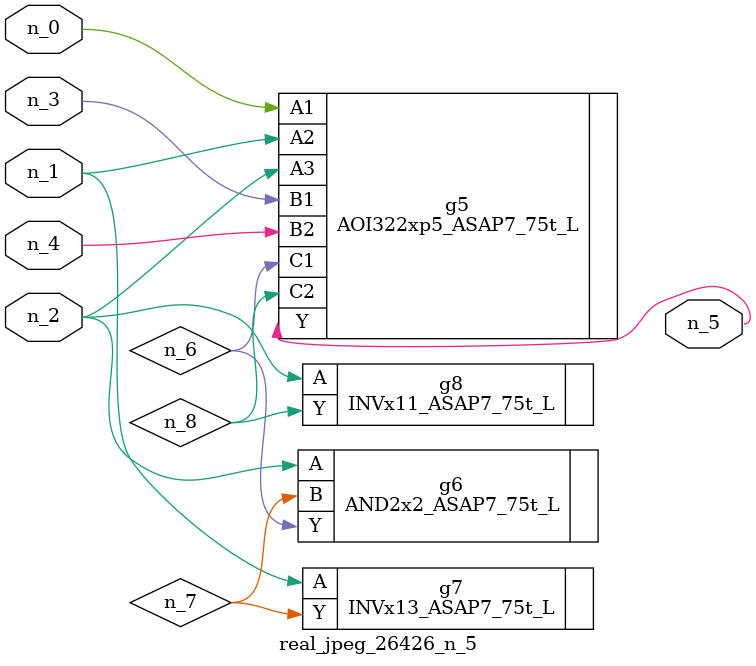
<source format=v>
module real_jpeg_26426_n_5 (n_4, n_0, n_1, n_2, n_3, n_5);

input n_4;
input n_0;
input n_1;
input n_2;
input n_3;

output n_5;

wire n_8;
wire n_6;
wire n_7;

AOI322xp5_ASAP7_75t_L g5 ( 
.A1(n_0),
.A2(n_1),
.A3(n_2),
.B1(n_3),
.B2(n_4),
.C1(n_6),
.C2(n_8),
.Y(n_5)
);

INVx13_ASAP7_75t_L g7 ( 
.A(n_1),
.Y(n_7)
);

AND2x2_ASAP7_75t_L g6 ( 
.A(n_2),
.B(n_7),
.Y(n_6)
);

INVx11_ASAP7_75t_L g8 ( 
.A(n_2),
.Y(n_8)
);


endmodule
</source>
